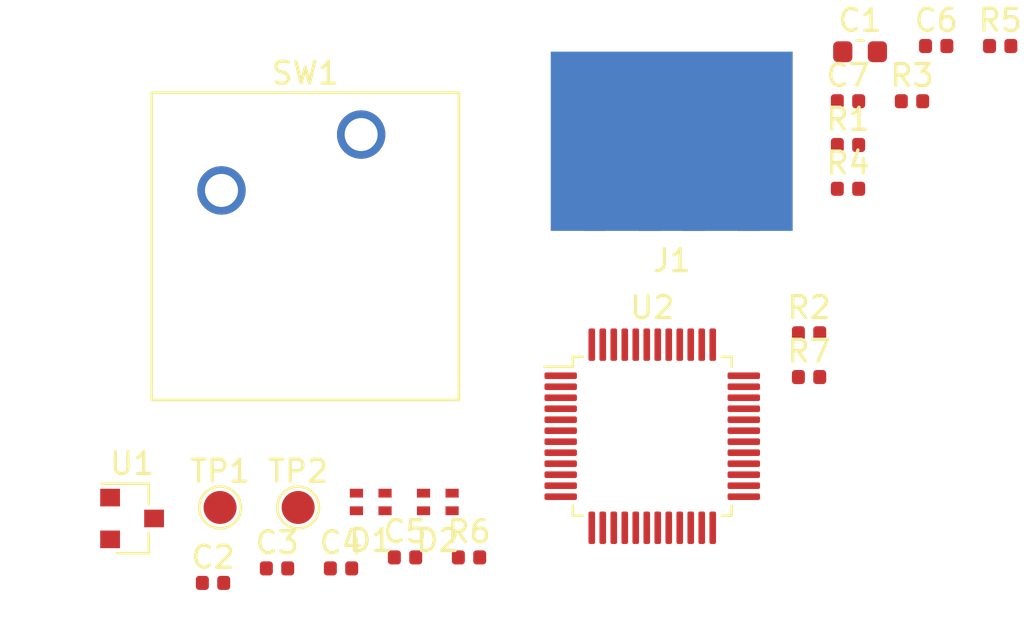
<source format=kicad_pcb>
(kicad_pcb (version 20171130) (host pcbnew 5.1.6)

  (general
    (thickness 1.6)
    (drawings 0)
    (tracks 0)
    (zones 0)
    (modules 22)
    (nets 48)
  )

  (page A4)
  (layers
    (0 F.Cu signal)
    (31 B.Cu signal)
    (32 B.Adhes user)
    (33 F.Adhes user)
    (34 B.Paste user)
    (35 F.Paste user)
    (36 B.SilkS user)
    (37 F.SilkS user)
    (38 B.Mask user)
    (39 F.Mask user)
    (40 Dwgs.User user)
    (41 Cmts.User user)
    (42 Eco1.User user)
    (43 Eco2.User user)
    (44 Edge.Cuts user)
    (45 Margin user)
    (46 B.CrtYd user)
    (47 F.CrtYd user)
    (48 B.Fab user)
    (49 F.Fab user)
  )

  (setup
    (last_trace_width 0.25)
    (trace_clearance 0.2)
    (zone_clearance 0.508)
    (zone_45_only no)
    (trace_min 0.2)
    (via_size 0.8)
    (via_drill 0.4)
    (via_min_size 0.6)
    (via_min_drill 0.3)
    (uvia_size 0.3)
    (uvia_drill 0.1)
    (uvias_allowed no)
    (uvia_min_size 0.2)
    (uvia_min_drill 0.1)
    (edge_width 0.05)
    (segment_width 0.2)
    (pcb_text_width 0.3)
    (pcb_text_size 1.5 1.5)
    (mod_edge_width 0.12)
    (mod_text_size 1 1)
    (mod_text_width 0.15)
    (pad_size 1.524 1.524)
    (pad_drill 0.762)
    (pad_to_mask_clearance 0.05)
    (aux_axis_origin 0 0)
    (visible_elements FFFFF77F)
    (pcbplotparams
      (layerselection 0x010fc_ffffffff)
      (usegerberextensions false)
      (usegerberattributes true)
      (usegerberadvancedattributes true)
      (creategerberjobfile true)
      (excludeedgelayer true)
      (linewidth 0.100000)
      (plotframeref false)
      (viasonmask false)
      (mode 1)
      (useauxorigin false)
      (hpglpennumber 1)
      (hpglpenspeed 20)
      (hpglpendiameter 15.000000)
      (psnegative false)
      (psa4output false)
      (plotreference true)
      (plotvalue true)
      (plotinvisibletext false)
      (padsonsilk false)
      (subtractmaskfromsilk false)
      (outputformat 1)
      (mirror false)
      (drillshape 1)
      (scaleselection 1)
      (outputdirectory ""))
  )

  (net 0 "")
  (net 1 GND)
  (net 2 +3V3)
  (net 3 VBUS)
  (net 4 "Net-(D1-Pad4)")
  (net 5 "Net-(D1-Pad3)")
  (net 6 "Net-(D1-Pad1)")
  (net 7 "Net-(D2-Pad4)")
  (net 8 "Net-(D2-Pad3)")
  (net 9 "Net-(D2-Pad1)")
  (net 10 /D+)
  (net 11 /D-)
  (net 12 /BTN1)
  (net 13 /LED1_R)
  (net 14 /LED1_G)
  (net 15 /LED1_B)
  (net 16 /LED2_R)
  (net 17 /LED2_G)
  (net 18 /LED2_B)
  (net 19 /SWDIO)
  (net 20 /SWCLK)
  (net 21 "Net-(U2-Pad46)")
  (net 22 "Net-(U2-Pad45)")
  (net 23 "Net-(U2-Pad43)")
  (net 24 "Net-(U2-Pad42)")
  (net 25 "Net-(U2-Pad40)")
  (net 26 "Net-(U2-Pad39)")
  (net 27 "Net-(U2-Pad38)")
  (net 28 "Net-(U2-Pad31)")
  (net 29 "Net-(U2-Pad30)")
  (net 30 "Net-(U2-Pad29)")
  (net 31 "Net-(U2-Pad28)")
  (net 32 "Net-(U2-Pad27)")
  (net 33 "Net-(U2-Pad26)")
  (net 34 "Net-(U2-Pad25)")
  (net 35 "Net-(U2-Pad22)")
  (net 36 "Net-(U2-Pad21)")
  (net 37 "Net-(U2-Pad20)")
  (net 38 "Net-(U2-Pad17)")
  (net 39 "Net-(U2-Pad16)")
  (net 40 "Net-(U2-Pad15)")
  (net 41 "Net-(U2-Pad14)")
  (net 42 "Net-(U2-Pad7)")
  (net 43 "Net-(U2-Pad6)")
  (net 44 "Net-(U2-Pad5)")
  (net 45 "Net-(U2-Pad4)")
  (net 46 "Net-(U2-Pad3)")
  (net 47 "Net-(U2-Pad2)")

  (net_class Default "This is the default net class."
    (clearance 0.2)
    (trace_width 0.25)
    (via_dia 0.8)
    (via_drill 0.4)
    (uvia_dia 0.3)
    (uvia_drill 0.1)
    (add_net +3V3)
    (add_net /BTN1)
    (add_net /D+)
    (add_net /D-)
    (add_net /LED1_B)
    (add_net /LED1_G)
    (add_net /LED1_R)
    (add_net /LED2_B)
    (add_net /LED2_G)
    (add_net /LED2_R)
    (add_net /SWCLK)
    (add_net /SWDIO)
    (add_net GND)
    (add_net "Net-(D1-Pad1)")
    (add_net "Net-(D1-Pad3)")
    (add_net "Net-(D1-Pad4)")
    (add_net "Net-(D2-Pad1)")
    (add_net "Net-(D2-Pad3)")
    (add_net "Net-(D2-Pad4)")
    (add_net "Net-(U2-Pad14)")
    (add_net "Net-(U2-Pad15)")
    (add_net "Net-(U2-Pad16)")
    (add_net "Net-(U2-Pad17)")
    (add_net "Net-(U2-Pad2)")
    (add_net "Net-(U2-Pad20)")
    (add_net "Net-(U2-Pad21)")
    (add_net "Net-(U2-Pad22)")
    (add_net "Net-(U2-Pad25)")
    (add_net "Net-(U2-Pad26)")
    (add_net "Net-(U2-Pad27)")
    (add_net "Net-(U2-Pad28)")
    (add_net "Net-(U2-Pad29)")
    (add_net "Net-(U2-Pad3)")
    (add_net "Net-(U2-Pad30)")
    (add_net "Net-(U2-Pad31)")
    (add_net "Net-(U2-Pad38)")
    (add_net "Net-(U2-Pad39)")
    (add_net "Net-(U2-Pad4)")
    (add_net "Net-(U2-Pad40)")
    (add_net "Net-(U2-Pad42)")
    (add_net "Net-(U2-Pad43)")
    (add_net "Net-(U2-Pad45)")
    (add_net "Net-(U2-Pad46)")
    (add_net "Net-(U2-Pad5)")
    (add_net "Net-(U2-Pad6)")
    (add_net "Net-(U2-Pad7)")
    (add_net VBUS)
  )

  (module Package_QFP:LQFP-48_7x7mm_P0.5mm (layer F.Cu) (tedit 5D9F72AF) (tstamp 5F92A9C2)
    (at 117.55 68.28)
    (descr "LQFP, 48 Pin (https://www.analog.com/media/en/technical-documentation/data-sheets/ltc2358-16.pdf), generated with kicad-footprint-generator ipc_gullwing_generator.py")
    (tags "LQFP QFP")
    (path /5F878F8D)
    (attr smd)
    (fp_text reference U2 (at 0 -5.85) (layer F.SilkS)
      (effects (font (size 1 1) (thickness 0.15)))
    )
    (fp_text value STM32F072CBT6 (at 0 5.85) (layer F.Fab)
      (effects (font (size 1 1) (thickness 0.15)))
    )
    (fp_text user %R (at 0 0) (layer F.Fab)
      (effects (font (size 1 1) (thickness 0.15)))
    )
    (fp_line (start 3.16 3.61) (end 3.61 3.61) (layer F.SilkS) (width 0.12))
    (fp_line (start 3.61 3.61) (end 3.61 3.16) (layer F.SilkS) (width 0.12))
    (fp_line (start -3.16 3.61) (end -3.61 3.61) (layer F.SilkS) (width 0.12))
    (fp_line (start -3.61 3.61) (end -3.61 3.16) (layer F.SilkS) (width 0.12))
    (fp_line (start 3.16 -3.61) (end 3.61 -3.61) (layer F.SilkS) (width 0.12))
    (fp_line (start 3.61 -3.61) (end 3.61 -3.16) (layer F.SilkS) (width 0.12))
    (fp_line (start -3.16 -3.61) (end -3.61 -3.61) (layer F.SilkS) (width 0.12))
    (fp_line (start -3.61 -3.61) (end -3.61 -3.16) (layer F.SilkS) (width 0.12))
    (fp_line (start -3.61 -3.16) (end -4.9 -3.16) (layer F.SilkS) (width 0.12))
    (fp_line (start -2.5 -3.5) (end 3.5 -3.5) (layer F.Fab) (width 0.1))
    (fp_line (start 3.5 -3.5) (end 3.5 3.5) (layer F.Fab) (width 0.1))
    (fp_line (start 3.5 3.5) (end -3.5 3.5) (layer F.Fab) (width 0.1))
    (fp_line (start -3.5 3.5) (end -3.5 -2.5) (layer F.Fab) (width 0.1))
    (fp_line (start -3.5 -2.5) (end -2.5 -3.5) (layer F.Fab) (width 0.1))
    (fp_line (start 0 -5.15) (end -3.15 -5.15) (layer F.CrtYd) (width 0.05))
    (fp_line (start -3.15 -5.15) (end -3.15 -3.75) (layer F.CrtYd) (width 0.05))
    (fp_line (start -3.15 -3.75) (end -3.75 -3.75) (layer F.CrtYd) (width 0.05))
    (fp_line (start -3.75 -3.75) (end -3.75 -3.15) (layer F.CrtYd) (width 0.05))
    (fp_line (start -3.75 -3.15) (end -5.15 -3.15) (layer F.CrtYd) (width 0.05))
    (fp_line (start -5.15 -3.15) (end -5.15 0) (layer F.CrtYd) (width 0.05))
    (fp_line (start 0 -5.15) (end 3.15 -5.15) (layer F.CrtYd) (width 0.05))
    (fp_line (start 3.15 -5.15) (end 3.15 -3.75) (layer F.CrtYd) (width 0.05))
    (fp_line (start 3.15 -3.75) (end 3.75 -3.75) (layer F.CrtYd) (width 0.05))
    (fp_line (start 3.75 -3.75) (end 3.75 -3.15) (layer F.CrtYd) (width 0.05))
    (fp_line (start 3.75 -3.15) (end 5.15 -3.15) (layer F.CrtYd) (width 0.05))
    (fp_line (start 5.15 -3.15) (end 5.15 0) (layer F.CrtYd) (width 0.05))
    (fp_line (start 0 5.15) (end -3.15 5.15) (layer F.CrtYd) (width 0.05))
    (fp_line (start -3.15 5.15) (end -3.15 3.75) (layer F.CrtYd) (width 0.05))
    (fp_line (start -3.15 3.75) (end -3.75 3.75) (layer F.CrtYd) (width 0.05))
    (fp_line (start -3.75 3.75) (end -3.75 3.15) (layer F.CrtYd) (width 0.05))
    (fp_line (start -3.75 3.15) (end -5.15 3.15) (layer F.CrtYd) (width 0.05))
    (fp_line (start -5.15 3.15) (end -5.15 0) (layer F.CrtYd) (width 0.05))
    (fp_line (start 0 5.15) (end 3.15 5.15) (layer F.CrtYd) (width 0.05))
    (fp_line (start 3.15 5.15) (end 3.15 3.75) (layer F.CrtYd) (width 0.05))
    (fp_line (start 3.15 3.75) (end 3.75 3.75) (layer F.CrtYd) (width 0.05))
    (fp_line (start 3.75 3.75) (end 3.75 3.15) (layer F.CrtYd) (width 0.05))
    (fp_line (start 3.75 3.15) (end 5.15 3.15) (layer F.CrtYd) (width 0.05))
    (fp_line (start 5.15 3.15) (end 5.15 0) (layer F.CrtYd) (width 0.05))
    (pad 48 smd roundrect (at -2.75 -4.1625) (size 0.3 1.475) (layers F.Cu F.Paste F.Mask) (roundrect_rratio 0.25)
      (net 2 +3V3))
    (pad 47 smd roundrect (at -2.25 -4.1625) (size 0.3 1.475) (layers F.Cu F.Paste F.Mask) (roundrect_rratio 0.25)
      (net 1 GND))
    (pad 46 smd roundrect (at -1.75 -4.1625) (size 0.3 1.475) (layers F.Cu F.Paste F.Mask) (roundrect_rratio 0.25)
      (net 21 "Net-(U2-Pad46)"))
    (pad 45 smd roundrect (at -1.25 -4.1625) (size 0.3 1.475) (layers F.Cu F.Paste F.Mask) (roundrect_rratio 0.25)
      (net 22 "Net-(U2-Pad45)"))
    (pad 44 smd roundrect (at -0.75 -4.1625) (size 0.3 1.475) (layers F.Cu F.Paste F.Mask) (roundrect_rratio 0.25)
      (net 12 /BTN1))
    (pad 43 smd roundrect (at -0.25 -4.1625) (size 0.3 1.475) (layers F.Cu F.Paste F.Mask) (roundrect_rratio 0.25)
      (net 23 "Net-(U2-Pad43)"))
    (pad 42 smd roundrect (at 0.25 -4.1625) (size 0.3 1.475) (layers F.Cu F.Paste F.Mask) (roundrect_rratio 0.25)
      (net 24 "Net-(U2-Pad42)"))
    (pad 41 smd roundrect (at 0.75 -4.1625) (size 0.3 1.475) (layers F.Cu F.Paste F.Mask) (roundrect_rratio 0.25)
      (net 18 /LED2_B))
    (pad 40 smd roundrect (at 1.25 -4.1625) (size 0.3 1.475) (layers F.Cu F.Paste F.Mask) (roundrect_rratio 0.25)
      (net 25 "Net-(U2-Pad40)"))
    (pad 39 smd roundrect (at 1.75 -4.1625) (size 0.3 1.475) (layers F.Cu F.Paste F.Mask) (roundrect_rratio 0.25)
      (net 26 "Net-(U2-Pad39)"))
    (pad 38 smd roundrect (at 2.25 -4.1625) (size 0.3 1.475) (layers F.Cu F.Paste F.Mask) (roundrect_rratio 0.25)
      (net 27 "Net-(U2-Pad38)"))
    (pad 37 smd roundrect (at 2.75 -4.1625) (size 0.3 1.475) (layers F.Cu F.Paste F.Mask) (roundrect_rratio 0.25)
      (net 20 /SWCLK))
    (pad 36 smd roundrect (at 4.1625 -2.75) (size 1.475 0.3) (layers F.Cu F.Paste F.Mask) (roundrect_rratio 0.25)
      (net 2 +3V3))
    (pad 35 smd roundrect (at 4.1625 -2.25) (size 1.475 0.3) (layers F.Cu F.Paste F.Mask) (roundrect_rratio 0.25)
      (net 1 GND))
    (pad 34 smd roundrect (at 4.1625 -1.75) (size 1.475 0.3) (layers F.Cu F.Paste F.Mask) (roundrect_rratio 0.25)
      (net 19 /SWDIO))
    (pad 33 smd roundrect (at 4.1625 -1.25) (size 1.475 0.3) (layers F.Cu F.Paste F.Mask) (roundrect_rratio 0.25)
      (net 10 /D+))
    (pad 32 smd roundrect (at 4.1625 -0.75) (size 1.475 0.3) (layers F.Cu F.Paste F.Mask) (roundrect_rratio 0.25)
      (net 11 /D-))
    (pad 31 smd roundrect (at 4.1625 -0.25) (size 1.475 0.3) (layers F.Cu F.Paste F.Mask) (roundrect_rratio 0.25)
      (net 28 "Net-(U2-Pad31)"))
    (pad 30 smd roundrect (at 4.1625 0.25) (size 1.475 0.3) (layers F.Cu F.Paste F.Mask) (roundrect_rratio 0.25)
      (net 29 "Net-(U2-Pad30)"))
    (pad 29 smd roundrect (at 4.1625 0.75) (size 1.475 0.3) (layers F.Cu F.Paste F.Mask) (roundrect_rratio 0.25)
      (net 30 "Net-(U2-Pad29)"))
    (pad 28 smd roundrect (at 4.1625 1.25) (size 1.475 0.3) (layers F.Cu F.Paste F.Mask) (roundrect_rratio 0.25)
      (net 31 "Net-(U2-Pad28)"))
    (pad 27 smd roundrect (at 4.1625 1.75) (size 1.475 0.3) (layers F.Cu F.Paste F.Mask) (roundrect_rratio 0.25)
      (net 32 "Net-(U2-Pad27)"))
    (pad 26 smd roundrect (at 4.1625 2.25) (size 1.475 0.3) (layers F.Cu F.Paste F.Mask) (roundrect_rratio 0.25)
      (net 33 "Net-(U2-Pad26)"))
    (pad 25 smd roundrect (at 4.1625 2.75) (size 1.475 0.3) (layers F.Cu F.Paste F.Mask) (roundrect_rratio 0.25)
      (net 34 "Net-(U2-Pad25)"))
    (pad 24 smd roundrect (at 2.75 4.1625) (size 0.3 1.475) (layers F.Cu F.Paste F.Mask) (roundrect_rratio 0.25)
      (net 2 +3V3))
    (pad 23 smd roundrect (at 2.25 4.1625) (size 0.3 1.475) (layers F.Cu F.Paste F.Mask) (roundrect_rratio 0.25)
      (net 1 GND))
    (pad 22 smd roundrect (at 1.75 4.1625) (size 0.3 1.475) (layers F.Cu F.Paste F.Mask) (roundrect_rratio 0.25)
      (net 35 "Net-(U2-Pad22)"))
    (pad 21 smd roundrect (at 1.25 4.1625) (size 0.3 1.475) (layers F.Cu F.Paste F.Mask) (roundrect_rratio 0.25)
      (net 36 "Net-(U2-Pad21)"))
    (pad 20 smd roundrect (at 0.75 4.1625) (size 0.3 1.475) (layers F.Cu F.Paste F.Mask) (roundrect_rratio 0.25)
      (net 37 "Net-(U2-Pad20)"))
    (pad 19 smd roundrect (at 0.25 4.1625) (size 0.3 1.475) (layers F.Cu F.Paste F.Mask) (roundrect_rratio 0.25)
      (net 16 /LED2_R))
    (pad 18 smd roundrect (at -0.25 4.1625) (size 0.3 1.475) (layers F.Cu F.Paste F.Mask) (roundrect_rratio 0.25)
      (net 17 /LED2_G))
    (pad 17 smd roundrect (at -0.75 4.1625) (size 0.3 1.475) (layers F.Cu F.Paste F.Mask) (roundrect_rratio 0.25)
      (net 38 "Net-(U2-Pad17)"))
    (pad 16 smd roundrect (at -1.25 4.1625) (size 0.3 1.475) (layers F.Cu F.Paste F.Mask) (roundrect_rratio 0.25)
      (net 39 "Net-(U2-Pad16)"))
    (pad 15 smd roundrect (at -1.75 4.1625) (size 0.3 1.475) (layers F.Cu F.Paste F.Mask) (roundrect_rratio 0.25)
      (net 40 "Net-(U2-Pad15)"))
    (pad 14 smd roundrect (at -2.25 4.1625) (size 0.3 1.475) (layers F.Cu F.Paste F.Mask) (roundrect_rratio 0.25)
      (net 41 "Net-(U2-Pad14)"))
    (pad 13 smd roundrect (at -2.75 4.1625) (size 0.3 1.475) (layers F.Cu F.Paste F.Mask) (roundrect_rratio 0.25)
      (net 12 /BTN1))
    (pad 12 smd roundrect (at -4.1625 2.75) (size 1.475 0.3) (layers F.Cu F.Paste F.Mask) (roundrect_rratio 0.25)
      (net 13 /LED1_R))
    (pad 11 smd roundrect (at -4.1625 2.25) (size 1.475 0.3) (layers F.Cu F.Paste F.Mask) (roundrect_rratio 0.25)
      (net 14 /LED1_G))
    (pad 10 smd roundrect (at -4.1625 1.75) (size 1.475 0.3) (layers F.Cu F.Paste F.Mask) (roundrect_rratio 0.25)
      (net 15 /LED1_B))
    (pad 9 smd roundrect (at -4.1625 1.25) (size 1.475 0.3) (layers F.Cu F.Paste F.Mask) (roundrect_rratio 0.25)
      (net 2 +3V3))
    (pad 8 smd roundrect (at -4.1625 0.75) (size 1.475 0.3) (layers F.Cu F.Paste F.Mask) (roundrect_rratio 0.25)
      (net 1 GND))
    (pad 7 smd roundrect (at -4.1625 0.25) (size 1.475 0.3) (layers F.Cu F.Paste F.Mask) (roundrect_rratio 0.25)
      (net 42 "Net-(U2-Pad7)"))
    (pad 6 smd roundrect (at -4.1625 -0.25) (size 1.475 0.3) (layers F.Cu F.Paste F.Mask) (roundrect_rratio 0.25)
      (net 43 "Net-(U2-Pad6)"))
    (pad 5 smd roundrect (at -4.1625 -0.75) (size 1.475 0.3) (layers F.Cu F.Paste F.Mask) (roundrect_rratio 0.25)
      (net 44 "Net-(U2-Pad5)"))
    (pad 4 smd roundrect (at -4.1625 -1.25) (size 1.475 0.3) (layers F.Cu F.Paste F.Mask) (roundrect_rratio 0.25)
      (net 45 "Net-(U2-Pad4)"))
    (pad 3 smd roundrect (at -4.1625 -1.75) (size 1.475 0.3) (layers F.Cu F.Paste F.Mask) (roundrect_rratio 0.25)
      (net 46 "Net-(U2-Pad3)"))
    (pad 2 smd roundrect (at -4.1625 -2.25) (size 1.475 0.3) (layers F.Cu F.Paste F.Mask) (roundrect_rratio 0.25)
      (net 47 "Net-(U2-Pad2)"))
    (pad 1 smd roundrect (at -4.1625 -2.75) (size 1.475 0.3) (layers F.Cu F.Paste F.Mask) (roundrect_rratio 0.25)
      (net 2 +3V3))
    (model ${KISYS3DMOD}/Package_QFP.3dshapes/LQFP-48_7x7mm_P0.5mm.wrl
      (at (xyz 0 0 0))
      (scale (xyz 1 1 1))
      (rotate (xyz 0 0 0))
    )
  )

  (module Package_TO_SOT_SMD:SOT-23 (layer F.Cu) (tedit 5A02FF57) (tstamp 5F92A967)
    (at 93.9 72.02)
    (descr "SOT-23, Standard")
    (tags SOT-23)
    (path /5FA01775)
    (attr smd)
    (fp_text reference U1 (at 0 -2.5) (layer F.SilkS)
      (effects (font (size 1 1) (thickness 0.15)))
    )
    (fp_text value XC6206P332MR (at 0 2.5) (layer F.Fab)
      (effects (font (size 1 1) (thickness 0.15)))
    )
    (fp_text user %R (at 0 0 90) (layer F.Fab)
      (effects (font (size 0.5 0.5) (thickness 0.075)))
    )
    (fp_line (start -0.7 -0.95) (end -0.7 1.5) (layer F.Fab) (width 0.1))
    (fp_line (start -0.15 -1.52) (end 0.7 -1.52) (layer F.Fab) (width 0.1))
    (fp_line (start -0.7 -0.95) (end -0.15 -1.52) (layer F.Fab) (width 0.1))
    (fp_line (start 0.7 -1.52) (end 0.7 1.52) (layer F.Fab) (width 0.1))
    (fp_line (start -0.7 1.52) (end 0.7 1.52) (layer F.Fab) (width 0.1))
    (fp_line (start 0.76 1.58) (end 0.76 0.65) (layer F.SilkS) (width 0.12))
    (fp_line (start 0.76 -1.58) (end 0.76 -0.65) (layer F.SilkS) (width 0.12))
    (fp_line (start -1.7 -1.75) (end 1.7 -1.75) (layer F.CrtYd) (width 0.05))
    (fp_line (start 1.7 -1.75) (end 1.7 1.75) (layer F.CrtYd) (width 0.05))
    (fp_line (start 1.7 1.75) (end -1.7 1.75) (layer F.CrtYd) (width 0.05))
    (fp_line (start -1.7 1.75) (end -1.7 -1.75) (layer F.CrtYd) (width 0.05))
    (fp_line (start 0.76 -1.58) (end -1.4 -1.58) (layer F.SilkS) (width 0.12))
    (fp_line (start 0.76 1.58) (end -0.7 1.58) (layer F.SilkS) (width 0.12))
    (pad 3 smd rect (at 1 0) (size 0.9 0.8) (layers F.Cu F.Paste F.Mask)
      (net 3 VBUS))
    (pad 2 smd rect (at -1 0.95) (size 0.9 0.8) (layers F.Cu F.Paste F.Mask)
      (net 2 +3V3))
    (pad 1 smd rect (at -1 -0.95) (size 0.9 0.8) (layers F.Cu F.Paste F.Mask)
      (net 1 GND))
    (model ${KISYS3DMOD}/Package_TO_SOT_SMD.3dshapes/SOT-23.wrl
      (at (xyz 0 0 0))
      (scale (xyz 1 1 1))
      (rotate (xyz 0 0 0))
    )
  )

  (module TestPoint:TestPoint_Pad_D1.5mm (layer F.Cu) (tedit 5A0F774F) (tstamp 5F92A952)
    (at 101.45 71.52)
    (descr "SMD pad as test Point, diameter 1.5mm")
    (tags "test point SMD pad")
    (path /5FCB2854)
    (attr virtual)
    (fp_text reference TP2 (at 0 -1.648) (layer F.SilkS)
      (effects (font (size 1 1) (thickness 0.15)))
    )
    (fp_text value SWCLK (at 0 1.75) (layer F.Fab)
      (effects (font (size 1 1) (thickness 0.15)))
    )
    (fp_text user %R (at 0 -1.65) (layer F.Fab)
      (effects (font (size 1 1) (thickness 0.15)))
    )
    (fp_circle (center 0 0) (end 1.25 0) (layer F.CrtYd) (width 0.05))
    (fp_circle (center 0 0) (end 0 0.95) (layer F.SilkS) (width 0.12))
    (pad 1 smd circle (at 0 0) (size 1.5 1.5) (layers F.Cu F.Mask)
      (net 20 /SWCLK))
  )

  (module TestPoint:TestPoint_Pad_D1.5mm (layer F.Cu) (tedit 5A0F774F) (tstamp 5F92A94A)
    (at 97.9 71.52)
    (descr "SMD pad as test Point, diameter 1.5mm")
    (tags "test point SMD pad")
    (path /5FCAA338)
    (attr virtual)
    (fp_text reference TP1 (at 0 -1.648) (layer F.SilkS)
      (effects (font (size 1 1) (thickness 0.15)))
    )
    (fp_text value SWDIO (at 0 1.75) (layer F.Fab)
      (effects (font (size 1 1) (thickness 0.15)))
    )
    (fp_text user %R (at 0 -1.65) (layer F.Fab)
      (effects (font (size 1 1) (thickness 0.15)))
    )
    (fp_circle (center 0 0) (end 1.25 0) (layer F.CrtYd) (width 0.05))
    (fp_circle (center 0 0) (end 0 0.95) (layer F.SilkS) (width 0.12))
    (pad 1 smd circle (at 0 0) (size 1.5 1.5) (layers F.Cu F.Mask)
      (net 19 /SWDIO))
  )

  (module Button_Switch_Keyboard:SW_Cherry_MX_1.00u_PCB (layer F.Cu) (tedit 5A02FE24) (tstamp 5F92A942)
    (at 104.315 54.565)
    (descr "Cherry MX keyswitch, 1.00u, PCB mount, http://cherryamericas.com/wp-content/uploads/2014/12/mx_cat.pdf")
    (tags "Cherry MX keyswitch 1.00u PCB")
    (path /5F925207)
    (fp_text reference SW1 (at -2.54 -2.794) (layer F.SilkS)
      (effects (font (size 1 1) (thickness 0.15)))
    )
    (fp_text value MXxx-xxxx (at -2.54 12.954) (layer F.Fab)
      (effects (font (size 1 1) (thickness 0.15)))
    )
    (fp_text user %R (at -2.54 -2.794) (layer F.Fab)
      (effects (font (size 1 1) (thickness 0.15)))
    )
    (fp_line (start -8.89 -1.27) (end 3.81 -1.27) (layer F.Fab) (width 0.1))
    (fp_line (start 3.81 -1.27) (end 3.81 11.43) (layer F.Fab) (width 0.1))
    (fp_line (start 3.81 11.43) (end -8.89 11.43) (layer F.Fab) (width 0.1))
    (fp_line (start -8.89 11.43) (end -8.89 -1.27) (layer F.Fab) (width 0.1))
    (fp_line (start -9.14 11.68) (end -9.14 -1.52) (layer F.CrtYd) (width 0.05))
    (fp_line (start 4.06 11.68) (end -9.14 11.68) (layer F.CrtYd) (width 0.05))
    (fp_line (start 4.06 -1.52) (end 4.06 11.68) (layer F.CrtYd) (width 0.05))
    (fp_line (start -9.14 -1.52) (end 4.06 -1.52) (layer F.CrtYd) (width 0.05))
    (fp_line (start -12.065 -4.445) (end 6.985 -4.445) (layer Dwgs.User) (width 0.15))
    (fp_line (start 6.985 -4.445) (end 6.985 14.605) (layer Dwgs.User) (width 0.15))
    (fp_line (start 6.985 14.605) (end -12.065 14.605) (layer Dwgs.User) (width 0.15))
    (fp_line (start -12.065 14.605) (end -12.065 -4.445) (layer Dwgs.User) (width 0.15))
    (fp_line (start -9.525 -1.905) (end 4.445 -1.905) (layer F.SilkS) (width 0.12))
    (fp_line (start 4.445 -1.905) (end 4.445 12.065) (layer F.SilkS) (width 0.12))
    (fp_line (start 4.445 12.065) (end -9.525 12.065) (layer F.SilkS) (width 0.12))
    (fp_line (start -9.525 12.065) (end -9.525 -1.905) (layer F.SilkS) (width 0.12))
    (pad "" np_thru_hole circle (at 2.54 5.08) (size 1.7 1.7) (drill 1.7) (layers *.Cu *.Mask))
    (pad "" np_thru_hole circle (at -7.62 5.08) (size 1.7 1.7) (drill 1.7) (layers *.Cu *.Mask))
    (pad "" np_thru_hole circle (at -2.54 5.08) (size 4 4) (drill 4) (layers *.Cu *.Mask))
    (pad 2 thru_hole circle (at -6.35 2.54) (size 2.2 2.2) (drill 1.5) (layers *.Cu *.Mask)
      (net 2 +3V3))
    (pad 1 thru_hole circle (at 0 0) (size 2.2 2.2) (drill 1.5) (layers *.Cu *.Mask)
      (net 12 /BTN1))
    (model ${KISYS3DMOD}/Button_Switch_Keyboard.3dshapes/SW_Cherry_MX_1.00u_PCB.wrl
      (at (xyz 0 0 0))
      (scale (xyz 1 1 1))
      (rotate (xyz 0 0 0))
    )
  )

  (module Resistor_SMD:R_0402_1005Metric (layer F.Cu) (tedit 5B301BBD) (tstamp 5F92A928)
    (at 124.68 65.59)
    (descr "Resistor SMD 0402 (1005 Metric), square (rectangular) end terminal, IPC_7351 nominal, (Body size source: http://www.tortai-tech.com/upload/download/2011102023233369053.pdf), generated with kicad-footprint-generator")
    (tags resistor)
    (path /5FDA0D19)
    (attr smd)
    (fp_text reference R7 (at 0 -1.17) (layer F.SilkS)
      (effects (font (size 1 1) (thickness 0.15)))
    )
    (fp_text value 1k (at 0 1.17) (layer F.Fab)
      (effects (font (size 1 1) (thickness 0.15)))
    )
    (fp_text user %R (at 0 0) (layer F.Fab)
      (effects (font (size 0.25 0.25) (thickness 0.04)))
    )
    (fp_line (start -0.5 0.25) (end -0.5 -0.25) (layer F.Fab) (width 0.1))
    (fp_line (start -0.5 -0.25) (end 0.5 -0.25) (layer F.Fab) (width 0.1))
    (fp_line (start 0.5 -0.25) (end 0.5 0.25) (layer F.Fab) (width 0.1))
    (fp_line (start 0.5 0.25) (end -0.5 0.25) (layer F.Fab) (width 0.1))
    (fp_line (start -0.93 0.47) (end -0.93 -0.47) (layer F.CrtYd) (width 0.05))
    (fp_line (start -0.93 -0.47) (end 0.93 -0.47) (layer F.CrtYd) (width 0.05))
    (fp_line (start 0.93 -0.47) (end 0.93 0.47) (layer F.CrtYd) (width 0.05))
    (fp_line (start 0.93 0.47) (end -0.93 0.47) (layer F.CrtYd) (width 0.05))
    (pad 2 smd roundrect (at 0.485 0) (size 0.59 0.64) (layers F.Cu F.Paste F.Mask) (roundrect_rratio 0.25)
      (net 8 "Net-(D2-Pad3)"))
    (pad 1 smd roundrect (at -0.485 0) (size 0.59 0.64) (layers F.Cu F.Paste F.Mask) (roundrect_rratio 0.25)
      (net 18 /LED2_B))
    (model ${KISYS3DMOD}/Resistor_SMD.3dshapes/R_0402_1005Metric.wrl
      (at (xyz 0 0 0))
      (scale (xyz 1 1 1))
      (rotate (xyz 0 0 0))
    )
  )

  (module Resistor_SMD:R_0402_1005Metric (layer F.Cu) (tedit 5B301BBD) (tstamp 5F92A919)
    (at 109.22 73.79)
    (descr "Resistor SMD 0402 (1005 Metric), square (rectangular) end terminal, IPC_7351 nominal, (Body size source: http://www.tortai-tech.com/upload/download/2011102023233369053.pdf), generated with kicad-footprint-generator")
    (tags resistor)
    (path /5FDA00DF)
    (attr smd)
    (fp_text reference R6 (at 0 -1.17) (layer F.SilkS)
      (effects (font (size 1 1) (thickness 0.15)))
    )
    (fp_text value 1k (at 0 1.17) (layer F.Fab)
      (effects (font (size 1 1) (thickness 0.15)))
    )
    (fp_text user %R (at 0 0) (layer F.Fab)
      (effects (font (size 0.25 0.25) (thickness 0.04)))
    )
    (fp_line (start -0.5 0.25) (end -0.5 -0.25) (layer F.Fab) (width 0.1))
    (fp_line (start -0.5 -0.25) (end 0.5 -0.25) (layer F.Fab) (width 0.1))
    (fp_line (start 0.5 -0.25) (end 0.5 0.25) (layer F.Fab) (width 0.1))
    (fp_line (start 0.5 0.25) (end -0.5 0.25) (layer F.Fab) (width 0.1))
    (fp_line (start -0.93 0.47) (end -0.93 -0.47) (layer F.CrtYd) (width 0.05))
    (fp_line (start -0.93 -0.47) (end 0.93 -0.47) (layer F.CrtYd) (width 0.05))
    (fp_line (start 0.93 -0.47) (end 0.93 0.47) (layer F.CrtYd) (width 0.05))
    (fp_line (start 0.93 0.47) (end -0.93 0.47) (layer F.CrtYd) (width 0.05))
    (pad 2 smd roundrect (at 0.485 0) (size 0.59 0.64) (layers F.Cu F.Paste F.Mask) (roundrect_rratio 0.25)
      (net 7 "Net-(D2-Pad4)"))
    (pad 1 smd roundrect (at -0.485 0) (size 0.59 0.64) (layers F.Cu F.Paste F.Mask) (roundrect_rratio 0.25)
      (net 17 /LED2_G))
    (model ${KISYS3DMOD}/Resistor_SMD.3dshapes/R_0402_1005Metric.wrl
      (at (xyz 0 0 0))
      (scale (xyz 1 1 1))
      (rotate (xyz 0 0 0))
    )
  )

  (module Resistor_SMD:R_0402_1005Metric (layer F.Cu) (tedit 5B301BBD) (tstamp 5F92A90A)
    (at 133.37 50.54)
    (descr "Resistor SMD 0402 (1005 Metric), square (rectangular) end terminal, IPC_7351 nominal, (Body size source: http://www.tortai-tech.com/upload/download/2011102023233369053.pdf), generated with kicad-footprint-generator")
    (tags resistor)
    (path /5FD9D2CE)
    (attr smd)
    (fp_text reference R5 (at 0 -1.17) (layer F.SilkS)
      (effects (font (size 1 1) (thickness 0.15)))
    )
    (fp_text value 1k (at 0 1.17) (layer F.Fab)
      (effects (font (size 1 1) (thickness 0.15)))
    )
    (fp_text user %R (at 0 0) (layer F.Fab)
      (effects (font (size 0.25 0.25) (thickness 0.04)))
    )
    (fp_line (start -0.5 0.25) (end -0.5 -0.25) (layer F.Fab) (width 0.1))
    (fp_line (start -0.5 -0.25) (end 0.5 -0.25) (layer F.Fab) (width 0.1))
    (fp_line (start 0.5 -0.25) (end 0.5 0.25) (layer F.Fab) (width 0.1))
    (fp_line (start 0.5 0.25) (end -0.5 0.25) (layer F.Fab) (width 0.1))
    (fp_line (start -0.93 0.47) (end -0.93 -0.47) (layer F.CrtYd) (width 0.05))
    (fp_line (start -0.93 -0.47) (end 0.93 -0.47) (layer F.CrtYd) (width 0.05))
    (fp_line (start 0.93 -0.47) (end 0.93 0.47) (layer F.CrtYd) (width 0.05))
    (fp_line (start 0.93 0.47) (end -0.93 0.47) (layer F.CrtYd) (width 0.05))
    (pad 2 smd roundrect (at 0.485 0) (size 0.59 0.64) (layers F.Cu F.Paste F.Mask) (roundrect_rratio 0.25)
      (net 9 "Net-(D2-Pad1)"))
    (pad 1 smd roundrect (at -0.485 0) (size 0.59 0.64) (layers F.Cu F.Paste F.Mask) (roundrect_rratio 0.25)
      (net 16 /LED2_R))
    (model ${KISYS3DMOD}/Resistor_SMD.3dshapes/R_0402_1005Metric.wrl
      (at (xyz 0 0 0))
      (scale (xyz 1 1 1))
      (rotate (xyz 0 0 0))
    )
  )

  (module Resistor_SMD:R_0402_1005Metric (layer F.Cu) (tedit 5B301BBD) (tstamp 5F92A8FB)
    (at 126.45 57.03)
    (descr "Resistor SMD 0402 (1005 Metric), square (rectangular) end terminal, IPC_7351 nominal, (Body size source: http://www.tortai-tech.com/upload/download/2011102023233369053.pdf), generated with kicad-footprint-generator")
    (tags resistor)
    (path /5F9366E4)
    (attr smd)
    (fp_text reference R4 (at 0 -1.17) (layer F.SilkS)
      (effects (font (size 1 1) (thickness 0.15)))
    )
    (fp_text value 1k (at 0 1.17) (layer F.Fab)
      (effects (font (size 1 1) (thickness 0.15)))
    )
    (fp_text user %R (at 0 0) (layer F.Fab)
      (effects (font (size 0.25 0.25) (thickness 0.04)))
    )
    (fp_line (start -0.5 0.25) (end -0.5 -0.25) (layer F.Fab) (width 0.1))
    (fp_line (start -0.5 -0.25) (end 0.5 -0.25) (layer F.Fab) (width 0.1))
    (fp_line (start 0.5 -0.25) (end 0.5 0.25) (layer F.Fab) (width 0.1))
    (fp_line (start 0.5 0.25) (end -0.5 0.25) (layer F.Fab) (width 0.1))
    (fp_line (start -0.93 0.47) (end -0.93 -0.47) (layer F.CrtYd) (width 0.05))
    (fp_line (start -0.93 -0.47) (end 0.93 -0.47) (layer F.CrtYd) (width 0.05))
    (fp_line (start 0.93 -0.47) (end 0.93 0.47) (layer F.CrtYd) (width 0.05))
    (fp_line (start 0.93 0.47) (end -0.93 0.47) (layer F.CrtYd) (width 0.05))
    (pad 2 smd roundrect (at 0.485 0) (size 0.59 0.64) (layers F.Cu F.Paste F.Mask) (roundrect_rratio 0.25)
      (net 5 "Net-(D1-Pad3)"))
    (pad 1 smd roundrect (at -0.485 0) (size 0.59 0.64) (layers F.Cu F.Paste F.Mask) (roundrect_rratio 0.25)
      (net 15 /LED1_B))
    (model ${KISYS3DMOD}/Resistor_SMD.3dshapes/R_0402_1005Metric.wrl
      (at (xyz 0 0 0))
      (scale (xyz 1 1 1))
      (rotate (xyz 0 0 0))
    )
  )

  (module Resistor_SMD:R_0402_1005Metric (layer F.Cu) (tedit 5B301BBD) (tstamp 5F92A8EC)
    (at 129.36 53.05)
    (descr "Resistor SMD 0402 (1005 Metric), square (rectangular) end terminal, IPC_7351 nominal, (Body size source: http://www.tortai-tech.com/upload/download/2011102023233369053.pdf), generated with kicad-footprint-generator")
    (tags resistor)
    (path /5F935EFD)
    (attr smd)
    (fp_text reference R3 (at 0 -1.17) (layer F.SilkS)
      (effects (font (size 1 1) (thickness 0.15)))
    )
    (fp_text value 1k (at 0 1.17) (layer F.Fab)
      (effects (font (size 1 1) (thickness 0.15)))
    )
    (fp_text user %R (at 0 0) (layer F.Fab)
      (effects (font (size 0.25 0.25) (thickness 0.04)))
    )
    (fp_line (start -0.5 0.25) (end -0.5 -0.25) (layer F.Fab) (width 0.1))
    (fp_line (start -0.5 -0.25) (end 0.5 -0.25) (layer F.Fab) (width 0.1))
    (fp_line (start 0.5 -0.25) (end 0.5 0.25) (layer F.Fab) (width 0.1))
    (fp_line (start 0.5 0.25) (end -0.5 0.25) (layer F.Fab) (width 0.1))
    (fp_line (start -0.93 0.47) (end -0.93 -0.47) (layer F.CrtYd) (width 0.05))
    (fp_line (start -0.93 -0.47) (end 0.93 -0.47) (layer F.CrtYd) (width 0.05))
    (fp_line (start 0.93 -0.47) (end 0.93 0.47) (layer F.CrtYd) (width 0.05))
    (fp_line (start 0.93 0.47) (end -0.93 0.47) (layer F.CrtYd) (width 0.05))
    (pad 2 smd roundrect (at 0.485 0) (size 0.59 0.64) (layers F.Cu F.Paste F.Mask) (roundrect_rratio 0.25)
      (net 4 "Net-(D1-Pad4)"))
    (pad 1 smd roundrect (at -0.485 0) (size 0.59 0.64) (layers F.Cu F.Paste F.Mask) (roundrect_rratio 0.25)
      (net 14 /LED1_G))
    (model ${KISYS3DMOD}/Resistor_SMD.3dshapes/R_0402_1005Metric.wrl
      (at (xyz 0 0 0))
      (scale (xyz 1 1 1))
      (rotate (xyz 0 0 0))
    )
  )

  (module Resistor_SMD:R_0402_1005Metric (layer F.Cu) (tedit 5B301BBD) (tstamp 5F92A8DD)
    (at 124.68 63.6)
    (descr "Resistor SMD 0402 (1005 Metric), square (rectangular) end terminal, IPC_7351 nominal, (Body size source: http://www.tortai-tech.com/upload/download/2011102023233369053.pdf), generated with kicad-footprint-generator")
    (tags resistor)
    (path /5F9354AF)
    (attr smd)
    (fp_text reference R2 (at 0 -1.17) (layer F.SilkS)
      (effects (font (size 1 1) (thickness 0.15)))
    )
    (fp_text value 1k (at 0 1.17) (layer F.Fab)
      (effects (font (size 1 1) (thickness 0.15)))
    )
    (fp_text user %R (at 0 0) (layer F.Fab)
      (effects (font (size 0.25 0.25) (thickness 0.04)))
    )
    (fp_line (start -0.5 0.25) (end -0.5 -0.25) (layer F.Fab) (width 0.1))
    (fp_line (start -0.5 -0.25) (end 0.5 -0.25) (layer F.Fab) (width 0.1))
    (fp_line (start 0.5 -0.25) (end 0.5 0.25) (layer F.Fab) (width 0.1))
    (fp_line (start 0.5 0.25) (end -0.5 0.25) (layer F.Fab) (width 0.1))
    (fp_line (start -0.93 0.47) (end -0.93 -0.47) (layer F.CrtYd) (width 0.05))
    (fp_line (start -0.93 -0.47) (end 0.93 -0.47) (layer F.CrtYd) (width 0.05))
    (fp_line (start 0.93 -0.47) (end 0.93 0.47) (layer F.CrtYd) (width 0.05))
    (fp_line (start 0.93 0.47) (end -0.93 0.47) (layer F.CrtYd) (width 0.05))
    (pad 2 smd roundrect (at 0.485 0) (size 0.59 0.64) (layers F.Cu F.Paste F.Mask) (roundrect_rratio 0.25)
      (net 6 "Net-(D1-Pad1)"))
    (pad 1 smd roundrect (at -0.485 0) (size 0.59 0.64) (layers F.Cu F.Paste F.Mask) (roundrect_rratio 0.25)
      (net 13 /LED1_R))
    (model ${KISYS3DMOD}/Resistor_SMD.3dshapes/R_0402_1005Metric.wrl
      (at (xyz 0 0 0))
      (scale (xyz 1 1 1))
      (rotate (xyz 0 0 0))
    )
  )

  (module Resistor_SMD:R_0402_1005Metric (layer F.Cu) (tedit 5B301BBD) (tstamp 5F92A8CE)
    (at 126.45 55.04)
    (descr "Resistor SMD 0402 (1005 Metric), square (rectangular) end terminal, IPC_7351 nominal, (Body size source: http://www.tortai-tech.com/upload/download/2011102023233369053.pdf), generated with kicad-footprint-generator")
    (tags resistor)
    (path /5F905B31)
    (attr smd)
    (fp_text reference R1 (at 0 -1.17) (layer F.SilkS)
      (effects (font (size 1 1) (thickness 0.15)))
    )
    (fp_text value 10k (at 0 1.17) (layer F.Fab)
      (effects (font (size 1 1) (thickness 0.15)))
    )
    (fp_text user %R (at 0 0) (layer F.Fab)
      (effects (font (size 0.25 0.25) (thickness 0.04)))
    )
    (fp_line (start -0.5 0.25) (end -0.5 -0.25) (layer F.Fab) (width 0.1))
    (fp_line (start -0.5 -0.25) (end 0.5 -0.25) (layer F.Fab) (width 0.1))
    (fp_line (start 0.5 -0.25) (end 0.5 0.25) (layer F.Fab) (width 0.1))
    (fp_line (start 0.5 0.25) (end -0.5 0.25) (layer F.Fab) (width 0.1))
    (fp_line (start -0.93 0.47) (end -0.93 -0.47) (layer F.CrtYd) (width 0.05))
    (fp_line (start -0.93 -0.47) (end 0.93 -0.47) (layer F.CrtYd) (width 0.05))
    (fp_line (start 0.93 -0.47) (end 0.93 0.47) (layer F.CrtYd) (width 0.05))
    (fp_line (start 0.93 0.47) (end -0.93 0.47) (layer F.CrtYd) (width 0.05))
    (pad 2 smd roundrect (at 0.485 0) (size 0.59 0.64) (layers F.Cu F.Paste F.Mask) (roundrect_rratio 0.25)
      (net 1 GND))
    (pad 1 smd roundrect (at -0.485 0) (size 0.59 0.64) (layers F.Cu F.Paste F.Mask) (roundrect_rratio 0.25)
      (net 12 /BTN1))
    (model ${KISYS3DMOD}/Resistor_SMD.3dshapes/R_0402_1005Metric.wrl
      (at (xyz 0 0 0))
      (scale (xyz 1 1 1))
      (rotate (xyz 0 0 0))
    )
  )

  (module anykey:USB_A_Plug_PCB (layer F.Cu) (tedit 5F8DF2F0) (tstamp 5F92A8BF)
    (at 118.435 50.294999)
    (path /5F874047)
    (attr virtual)
    (fp_text reference J1 (at 0 10) (layer F.SilkS)
      (effects (font (size 1 1) (thickness 0.15)))
    )
    (fp_text value USB_A (at 0 -1) (layer F.Fab)
      (effects (font (size 1 1) (thickness 0.15)))
    )
    (fp_line (start -6 11.75) (end -6 0) (layer Dwgs.User) (width 0.12))
    (fp_line (start -6 0) (end 6 0) (layer Dwgs.User) (width 0.12))
    (fp_line (start 6 0) (end 6 11.75) (layer Dwgs.User) (width 0.12))
    (pad 5 connect rect (at 0 4.575) (size 11 8.15) (layers B.Cu B.Mask)
      (net 1 GND))
    (pad 4 connect rect (at 3.5 4.945) (size 1 7.41) (layers F.Cu F.Mask)
      (net 1 GND))
    (pad 3 connect rect (at 1 5.445) (size 1 6.41) (layers F.Cu F.Mask)
      (net 10 /D+))
    (pad 2 connect rect (at -1 5.445) (size 1 6.41) (layers F.Cu F.Mask)
      (net 11 /D-))
    (pad 1 connect rect (at -3.5 4.945) (size 1 7.41) (layers F.Cu F.Mask)
      (net 3 VBUS))
  )

  (module anykey:LED_MEIHUA_MHPA1515RGBDT (layer F.Cu) (tedit 5F906CA6) (tstamp 5F92A8B3)
    (at 107.8 71.27)
    (path /5FD938D9)
    (fp_text reference D2 (at 0 1.75) (layer F.SilkS)
      (effects (font (size 1 1) (thickness 0.15)))
    )
    (fp_text value MHPA1515RGBDT (at 0 -1.75) (layer F.Fab)
      (effects (font (size 1 1) (thickness 0.15)))
    )
    (fp_text user %R (at 0 0) (layer F.Fab)
      (effects (font (size 0.3 0.3) (thickness 0.05)))
    )
    (fp_line (start 0.8 0.45) (end 0.5 0.75) (layer F.Fab) (width 0.1))
    (fp_line (start -0.8 0.75) (end -0.8 -0.75) (layer F.Fab) (width 0.1))
    (fp_line (start 0.5 0.75) (end -0.8 0.75) (layer F.Fab) (width 0.1))
    (fp_line (start 0.8 -0.75) (end 0.8 0.45) (layer F.Fab) (width 0.1))
    (fp_line (start -0.8 -0.75) (end 0.8 -0.75) (layer F.Fab) (width 0.1))
    (fp_line (start -1 -1) (end 1 -1) (layer F.CrtYd) (width 0.05))
    (fp_line (start 1 -1) (end 1 1) (layer F.CrtYd) (width 0.05))
    (fp_line (start 1 1) (end -1 1) (layer F.CrtYd) (width 0.05))
    (fp_line (start -1 1) (end -1 -1) (layer F.CrtYd) (width 0.05))
    (pad 4 smd rect (at 0.65 -0.4) (size 0.6 0.4) (layers F.Cu F.Paste F.Mask)
      (net 7 "Net-(D2-Pad4)"))
    (pad 3 smd rect (at -0.65 -0.4) (size 0.6 0.4) (layers F.Cu F.Paste F.Mask)
      (net 8 "Net-(D2-Pad3)"))
    (pad 2 smd rect (at -0.65 0.4) (size 0.6 0.4) (layers F.Cu F.Paste F.Mask)
      (net 2 +3V3))
    (pad 1 smd rect (at 0.65 0.4) (size 0.6 0.4) (layers F.Cu F.Paste F.Mask)
      (net 9 "Net-(D2-Pad1)"))
  )

  (module anykey:LED_MEIHUA_MHPA1515RGBDT (layer F.Cu) (tedit 5F906CA6) (tstamp 5F92A8A1)
    (at 104.75 71.27)
    (path /5F998A03)
    (fp_text reference D1 (at 0 1.75) (layer F.SilkS)
      (effects (font (size 1 1) (thickness 0.15)))
    )
    (fp_text value MHPA1515RGBDT (at 0 -1.75) (layer F.Fab)
      (effects (font (size 1 1) (thickness 0.15)))
    )
    (fp_text user %R (at 0 0) (layer F.Fab)
      (effects (font (size 0.3 0.3) (thickness 0.05)))
    )
    (fp_line (start 0.8 0.45) (end 0.5 0.75) (layer F.Fab) (width 0.1))
    (fp_line (start -0.8 0.75) (end -0.8 -0.75) (layer F.Fab) (width 0.1))
    (fp_line (start 0.5 0.75) (end -0.8 0.75) (layer F.Fab) (width 0.1))
    (fp_line (start 0.8 -0.75) (end 0.8 0.45) (layer F.Fab) (width 0.1))
    (fp_line (start -0.8 -0.75) (end 0.8 -0.75) (layer F.Fab) (width 0.1))
    (fp_line (start -1 -1) (end 1 -1) (layer F.CrtYd) (width 0.05))
    (fp_line (start 1 -1) (end 1 1) (layer F.CrtYd) (width 0.05))
    (fp_line (start 1 1) (end -1 1) (layer F.CrtYd) (width 0.05))
    (fp_line (start -1 1) (end -1 -1) (layer F.CrtYd) (width 0.05))
    (pad 4 smd rect (at 0.65 -0.4) (size 0.6 0.4) (layers F.Cu F.Paste F.Mask)
      (net 4 "Net-(D1-Pad4)"))
    (pad 3 smd rect (at -0.65 -0.4) (size 0.6 0.4) (layers F.Cu F.Paste F.Mask)
      (net 5 "Net-(D1-Pad3)"))
    (pad 2 smd rect (at -0.65 0.4) (size 0.6 0.4) (layers F.Cu F.Paste F.Mask)
      (net 2 +3V3))
    (pad 1 smd rect (at 0.65 0.4) (size 0.6 0.4) (layers F.Cu F.Paste F.Mask)
      (net 6 "Net-(D1-Pad1)"))
  )

  (module Capacitor_SMD:C_0402_1005Metric (layer F.Cu) (tedit 5B301BBE) (tstamp 5F92A88F)
    (at 126.45 53.05)
    (descr "Capacitor SMD 0402 (1005 Metric), square (rectangular) end terminal, IPC_7351 nominal, (Body size source: http://www.tortai-tech.com/upload/download/2011102023233369053.pdf), generated with kicad-footprint-generator")
    (tags capacitor)
    (path /5F9081DC)
    (attr smd)
    (fp_text reference C7 (at 0 -1.17) (layer F.SilkS)
      (effects (font (size 1 1) (thickness 0.15)))
    )
    (fp_text value 1u (at 0 1.17) (layer F.Fab)
      (effects (font (size 1 1) (thickness 0.15)))
    )
    (fp_text user %R (at 0 0) (layer F.Fab)
      (effects (font (size 0.25 0.25) (thickness 0.04)))
    )
    (fp_line (start -0.5 0.25) (end -0.5 -0.25) (layer F.Fab) (width 0.1))
    (fp_line (start -0.5 -0.25) (end 0.5 -0.25) (layer F.Fab) (width 0.1))
    (fp_line (start 0.5 -0.25) (end 0.5 0.25) (layer F.Fab) (width 0.1))
    (fp_line (start 0.5 0.25) (end -0.5 0.25) (layer F.Fab) (width 0.1))
    (fp_line (start -0.93 0.47) (end -0.93 -0.47) (layer F.CrtYd) (width 0.05))
    (fp_line (start -0.93 -0.47) (end 0.93 -0.47) (layer F.CrtYd) (width 0.05))
    (fp_line (start 0.93 -0.47) (end 0.93 0.47) (layer F.CrtYd) (width 0.05))
    (fp_line (start 0.93 0.47) (end -0.93 0.47) (layer F.CrtYd) (width 0.05))
    (pad 2 smd roundrect (at 0.485 0) (size 0.59 0.64) (layers F.Cu F.Paste F.Mask) (roundrect_rratio 0.25)
      (net 1 GND))
    (pad 1 smd roundrect (at -0.485 0) (size 0.59 0.64) (layers F.Cu F.Paste F.Mask) (roundrect_rratio 0.25)
      (net 2 +3V3))
    (model ${KISYS3DMOD}/Capacitor_SMD.3dshapes/C_0402_1005Metric.wrl
      (at (xyz 0 0 0))
      (scale (xyz 1 1 1))
      (rotate (xyz 0 0 0))
    )
  )

  (module Capacitor_SMD:C_0402_1005Metric (layer F.Cu) (tedit 5B301BBE) (tstamp 5F92A880)
    (at 130.46 50.54)
    (descr "Capacitor SMD 0402 (1005 Metric), square (rectangular) end terminal, IPC_7351 nominal, (Body size source: http://www.tortai-tech.com/upload/download/2011102023233369053.pdf), generated with kicad-footprint-generator")
    (tags capacitor)
    (path /5F93753A)
    (attr smd)
    (fp_text reference C6 (at 0 -1.17) (layer F.SilkS)
      (effects (font (size 1 1) (thickness 0.15)))
    )
    (fp_text value 1u (at 0 1.17) (layer F.Fab)
      (effects (font (size 1 1) (thickness 0.15)))
    )
    (fp_text user %R (at 0 0) (layer F.Fab)
      (effects (font (size 0.25 0.25) (thickness 0.04)))
    )
    (fp_line (start -0.5 0.25) (end -0.5 -0.25) (layer F.Fab) (width 0.1))
    (fp_line (start -0.5 -0.25) (end 0.5 -0.25) (layer F.Fab) (width 0.1))
    (fp_line (start 0.5 -0.25) (end 0.5 0.25) (layer F.Fab) (width 0.1))
    (fp_line (start 0.5 0.25) (end -0.5 0.25) (layer F.Fab) (width 0.1))
    (fp_line (start -0.93 0.47) (end -0.93 -0.47) (layer F.CrtYd) (width 0.05))
    (fp_line (start -0.93 -0.47) (end 0.93 -0.47) (layer F.CrtYd) (width 0.05))
    (fp_line (start 0.93 -0.47) (end 0.93 0.47) (layer F.CrtYd) (width 0.05))
    (fp_line (start 0.93 0.47) (end -0.93 0.47) (layer F.CrtYd) (width 0.05))
    (pad 2 smd roundrect (at 0.485 0) (size 0.59 0.64) (layers F.Cu F.Paste F.Mask) (roundrect_rratio 0.25)
      (net 1 GND))
    (pad 1 smd roundrect (at -0.485 0) (size 0.59 0.64) (layers F.Cu F.Paste F.Mask) (roundrect_rratio 0.25)
      (net 3 VBUS))
    (model ${KISYS3DMOD}/Capacitor_SMD.3dshapes/C_0402_1005Metric.wrl
      (at (xyz 0 0 0))
      (scale (xyz 1 1 1))
      (rotate (xyz 0 0 0))
    )
  )

  (module Capacitor_SMD:C_0402_1005Metric (layer F.Cu) (tedit 5B301BBE) (tstamp 5F92A871)
    (at 106.31 73.79)
    (descr "Capacitor SMD 0402 (1005 Metric), square (rectangular) end terminal, IPC_7351 nominal, (Body size source: http://www.tortai-tech.com/upload/download/2011102023233369053.pdf), generated with kicad-footprint-generator")
    (tags capacitor)
    (path /5F8989CC)
    (attr smd)
    (fp_text reference C5 (at 0 -1.17) (layer F.SilkS)
      (effects (font (size 1 1) (thickness 0.15)))
    )
    (fp_text value 100n (at 0 1.17) (layer F.Fab)
      (effects (font (size 1 1) (thickness 0.15)))
    )
    (fp_text user %R (at 0 0) (layer F.Fab)
      (effects (font (size 0.25 0.25) (thickness 0.04)))
    )
    (fp_line (start -0.5 0.25) (end -0.5 -0.25) (layer F.Fab) (width 0.1))
    (fp_line (start -0.5 -0.25) (end 0.5 -0.25) (layer F.Fab) (width 0.1))
    (fp_line (start 0.5 -0.25) (end 0.5 0.25) (layer F.Fab) (width 0.1))
    (fp_line (start 0.5 0.25) (end -0.5 0.25) (layer F.Fab) (width 0.1))
    (fp_line (start -0.93 0.47) (end -0.93 -0.47) (layer F.CrtYd) (width 0.05))
    (fp_line (start -0.93 -0.47) (end 0.93 -0.47) (layer F.CrtYd) (width 0.05))
    (fp_line (start 0.93 -0.47) (end 0.93 0.47) (layer F.CrtYd) (width 0.05))
    (fp_line (start 0.93 0.47) (end -0.93 0.47) (layer F.CrtYd) (width 0.05))
    (pad 2 smd roundrect (at 0.485 0) (size 0.59 0.64) (layers F.Cu F.Paste F.Mask) (roundrect_rratio 0.25)
      (net 1 GND))
    (pad 1 smd roundrect (at -0.485 0) (size 0.59 0.64) (layers F.Cu F.Paste F.Mask) (roundrect_rratio 0.25)
      (net 2 +3V3))
    (model ${KISYS3DMOD}/Capacitor_SMD.3dshapes/C_0402_1005Metric.wrl
      (at (xyz 0 0 0))
      (scale (xyz 1 1 1))
      (rotate (xyz 0 0 0))
    )
  )

  (module Capacitor_SMD:C_0402_1005Metric (layer F.Cu) (tedit 5B301BBE) (tstamp 5F92A862)
    (at 103.4 74.29)
    (descr "Capacitor SMD 0402 (1005 Metric), square (rectangular) end terminal, IPC_7351 nominal, (Body size source: http://www.tortai-tech.com/upload/download/2011102023233369053.pdf), generated with kicad-footprint-generator")
    (tags capacitor)
    (path /5F892CC5)
    (attr smd)
    (fp_text reference C4 (at 0 -1.17) (layer F.SilkS)
      (effects (font (size 1 1) (thickness 0.15)))
    )
    (fp_text value 100n (at 0 1.17) (layer F.Fab)
      (effects (font (size 1 1) (thickness 0.15)))
    )
    (fp_text user %R (at 0 0) (layer F.Fab)
      (effects (font (size 0.25 0.25) (thickness 0.04)))
    )
    (fp_line (start -0.5 0.25) (end -0.5 -0.25) (layer F.Fab) (width 0.1))
    (fp_line (start -0.5 -0.25) (end 0.5 -0.25) (layer F.Fab) (width 0.1))
    (fp_line (start 0.5 -0.25) (end 0.5 0.25) (layer F.Fab) (width 0.1))
    (fp_line (start 0.5 0.25) (end -0.5 0.25) (layer F.Fab) (width 0.1))
    (fp_line (start -0.93 0.47) (end -0.93 -0.47) (layer F.CrtYd) (width 0.05))
    (fp_line (start -0.93 -0.47) (end 0.93 -0.47) (layer F.CrtYd) (width 0.05))
    (fp_line (start 0.93 -0.47) (end 0.93 0.47) (layer F.CrtYd) (width 0.05))
    (fp_line (start 0.93 0.47) (end -0.93 0.47) (layer F.CrtYd) (width 0.05))
    (pad 2 smd roundrect (at 0.485 0) (size 0.59 0.64) (layers F.Cu F.Paste F.Mask) (roundrect_rratio 0.25)
      (net 1 GND))
    (pad 1 smd roundrect (at -0.485 0) (size 0.59 0.64) (layers F.Cu F.Paste F.Mask) (roundrect_rratio 0.25)
      (net 2 +3V3))
    (model ${KISYS3DMOD}/Capacitor_SMD.3dshapes/C_0402_1005Metric.wrl
      (at (xyz 0 0 0))
      (scale (xyz 1 1 1))
      (rotate (xyz 0 0 0))
    )
  )

  (module Capacitor_SMD:C_0402_1005Metric (layer F.Cu) (tedit 5B301BBE) (tstamp 5F92A853)
    (at 100.49 74.29)
    (descr "Capacitor SMD 0402 (1005 Metric), square (rectangular) end terminal, IPC_7351 nominal, (Body size source: http://www.tortai-tech.com/upload/download/2011102023233369053.pdf), generated with kicad-footprint-generator")
    (tags capacitor)
    (path /5F893113)
    (attr smd)
    (fp_text reference C3 (at 0 -1.17) (layer F.SilkS)
      (effects (font (size 1 1) (thickness 0.15)))
    )
    (fp_text value 100n (at 0 1.17) (layer F.Fab)
      (effects (font (size 1 1) (thickness 0.15)))
    )
    (fp_text user %R (at 0 0) (layer F.Fab)
      (effects (font (size 0.25 0.25) (thickness 0.04)))
    )
    (fp_line (start -0.5 0.25) (end -0.5 -0.25) (layer F.Fab) (width 0.1))
    (fp_line (start -0.5 -0.25) (end 0.5 -0.25) (layer F.Fab) (width 0.1))
    (fp_line (start 0.5 -0.25) (end 0.5 0.25) (layer F.Fab) (width 0.1))
    (fp_line (start 0.5 0.25) (end -0.5 0.25) (layer F.Fab) (width 0.1))
    (fp_line (start -0.93 0.47) (end -0.93 -0.47) (layer F.CrtYd) (width 0.05))
    (fp_line (start -0.93 -0.47) (end 0.93 -0.47) (layer F.CrtYd) (width 0.05))
    (fp_line (start 0.93 -0.47) (end 0.93 0.47) (layer F.CrtYd) (width 0.05))
    (fp_line (start 0.93 0.47) (end -0.93 0.47) (layer F.CrtYd) (width 0.05))
    (pad 2 smd roundrect (at 0.485 0) (size 0.59 0.64) (layers F.Cu F.Paste F.Mask) (roundrect_rratio 0.25)
      (net 1 GND))
    (pad 1 smd roundrect (at -0.485 0) (size 0.59 0.64) (layers F.Cu F.Paste F.Mask) (roundrect_rratio 0.25)
      (net 2 +3V3))
    (model ${KISYS3DMOD}/Capacitor_SMD.3dshapes/C_0402_1005Metric.wrl
      (at (xyz 0 0 0))
      (scale (xyz 1 1 1))
      (rotate (xyz 0 0 0))
    )
  )

  (module Capacitor_SMD:C_0402_1005Metric (layer F.Cu) (tedit 5B301BBE) (tstamp 5F92A844)
    (at 97.58 74.95)
    (descr "Capacitor SMD 0402 (1005 Metric), square (rectangular) end terminal, IPC_7351 nominal, (Body size source: http://www.tortai-tech.com/upload/download/2011102023233369053.pdf), generated with kicad-footprint-generator")
    (tags capacitor)
    (path /5F89352A)
    (attr smd)
    (fp_text reference C2 (at 0 -1.17) (layer F.SilkS)
      (effects (font (size 1 1) (thickness 0.15)))
    )
    (fp_text value 100n (at 0 1.17) (layer F.Fab)
      (effects (font (size 1 1) (thickness 0.15)))
    )
    (fp_text user %R (at 0 0) (layer F.Fab)
      (effects (font (size 0.25 0.25) (thickness 0.04)))
    )
    (fp_line (start -0.5 0.25) (end -0.5 -0.25) (layer F.Fab) (width 0.1))
    (fp_line (start -0.5 -0.25) (end 0.5 -0.25) (layer F.Fab) (width 0.1))
    (fp_line (start 0.5 -0.25) (end 0.5 0.25) (layer F.Fab) (width 0.1))
    (fp_line (start 0.5 0.25) (end -0.5 0.25) (layer F.Fab) (width 0.1))
    (fp_line (start -0.93 0.47) (end -0.93 -0.47) (layer F.CrtYd) (width 0.05))
    (fp_line (start -0.93 -0.47) (end 0.93 -0.47) (layer F.CrtYd) (width 0.05))
    (fp_line (start 0.93 -0.47) (end 0.93 0.47) (layer F.CrtYd) (width 0.05))
    (fp_line (start 0.93 0.47) (end -0.93 0.47) (layer F.CrtYd) (width 0.05))
    (pad 2 smd roundrect (at 0.485 0) (size 0.59 0.64) (layers F.Cu F.Paste F.Mask) (roundrect_rratio 0.25)
      (net 1 GND))
    (pad 1 smd roundrect (at -0.485 0) (size 0.59 0.64) (layers F.Cu F.Paste F.Mask) (roundrect_rratio 0.25)
      (net 2 +3V3))
    (model ${KISYS3DMOD}/Capacitor_SMD.3dshapes/C_0402_1005Metric.wrl
      (at (xyz 0 0 0))
      (scale (xyz 1 1 1))
      (rotate (xyz 0 0 0))
    )
  )

  (module Capacitor_SMD:C_0603_1608Metric (layer F.Cu) (tedit 5B301BBE) (tstamp 5F92A835)
    (at 127 50.8)
    (descr "Capacitor SMD 0603 (1608 Metric), square (rectangular) end terminal, IPC_7351 nominal, (Body size source: http://www.tortai-tech.com/upload/download/2011102023233369053.pdf), generated with kicad-footprint-generator")
    (tags capacitor)
    (path /5F898D1B)
    (attr smd)
    (fp_text reference C1 (at 0 -1.43) (layer F.SilkS)
      (effects (font (size 1 1) (thickness 0.15)))
    )
    (fp_text value 10u (at 0 1.43) (layer F.Fab)
      (effects (font (size 1 1) (thickness 0.15)))
    )
    (fp_text user %R (at 0 0) (layer F.Fab)
      (effects (font (size 0.4 0.4) (thickness 0.06)))
    )
    (fp_line (start -0.8 0.4) (end -0.8 -0.4) (layer F.Fab) (width 0.1))
    (fp_line (start -0.8 -0.4) (end 0.8 -0.4) (layer F.Fab) (width 0.1))
    (fp_line (start 0.8 -0.4) (end 0.8 0.4) (layer F.Fab) (width 0.1))
    (fp_line (start 0.8 0.4) (end -0.8 0.4) (layer F.Fab) (width 0.1))
    (fp_line (start -0.162779 -0.51) (end 0.162779 -0.51) (layer F.SilkS) (width 0.12))
    (fp_line (start -0.162779 0.51) (end 0.162779 0.51) (layer F.SilkS) (width 0.12))
    (fp_line (start -1.48 0.73) (end -1.48 -0.73) (layer F.CrtYd) (width 0.05))
    (fp_line (start -1.48 -0.73) (end 1.48 -0.73) (layer F.CrtYd) (width 0.05))
    (fp_line (start 1.48 -0.73) (end 1.48 0.73) (layer F.CrtYd) (width 0.05))
    (fp_line (start 1.48 0.73) (end -1.48 0.73) (layer F.CrtYd) (width 0.05))
    (pad 2 smd roundrect (at 0.7875 0) (size 0.875 0.95) (layers F.Cu F.Paste F.Mask) (roundrect_rratio 0.25)
      (net 1 GND))
    (pad 1 smd roundrect (at -0.7875 0) (size 0.875 0.95) (layers F.Cu F.Paste F.Mask) (roundrect_rratio 0.25)
      (net 2 +3V3))
    (model ${KISYS3DMOD}/Capacitor_SMD.3dshapes/C_0603_1608Metric.wrl
      (at (xyz 0 0 0))
      (scale (xyz 1 1 1))
      (rotate (xyz 0 0 0))
    )
  )

)

</source>
